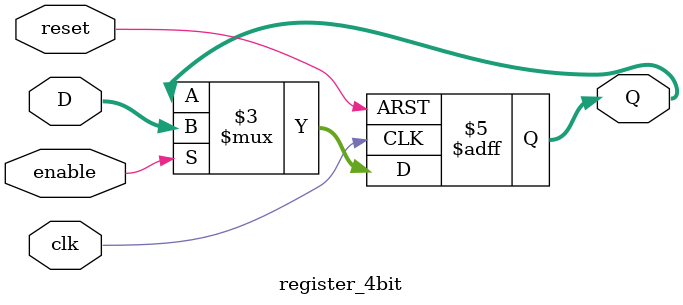
<source format=v>
module register_4bit (input [3:0] D, input clk, reset, enable, output reg [3:0] Q);
    always @(posedge clk or posedge reset)
    begin
        if (reset)
            Q <= 4'b0000;            // Asynchronous reset: clear the register
        else if (enable)
            Q <= D;                  // Load data when enable is high
        else
            Q <= Q;                  // Hold current value when enable is low
    end
endmodule
</source>
